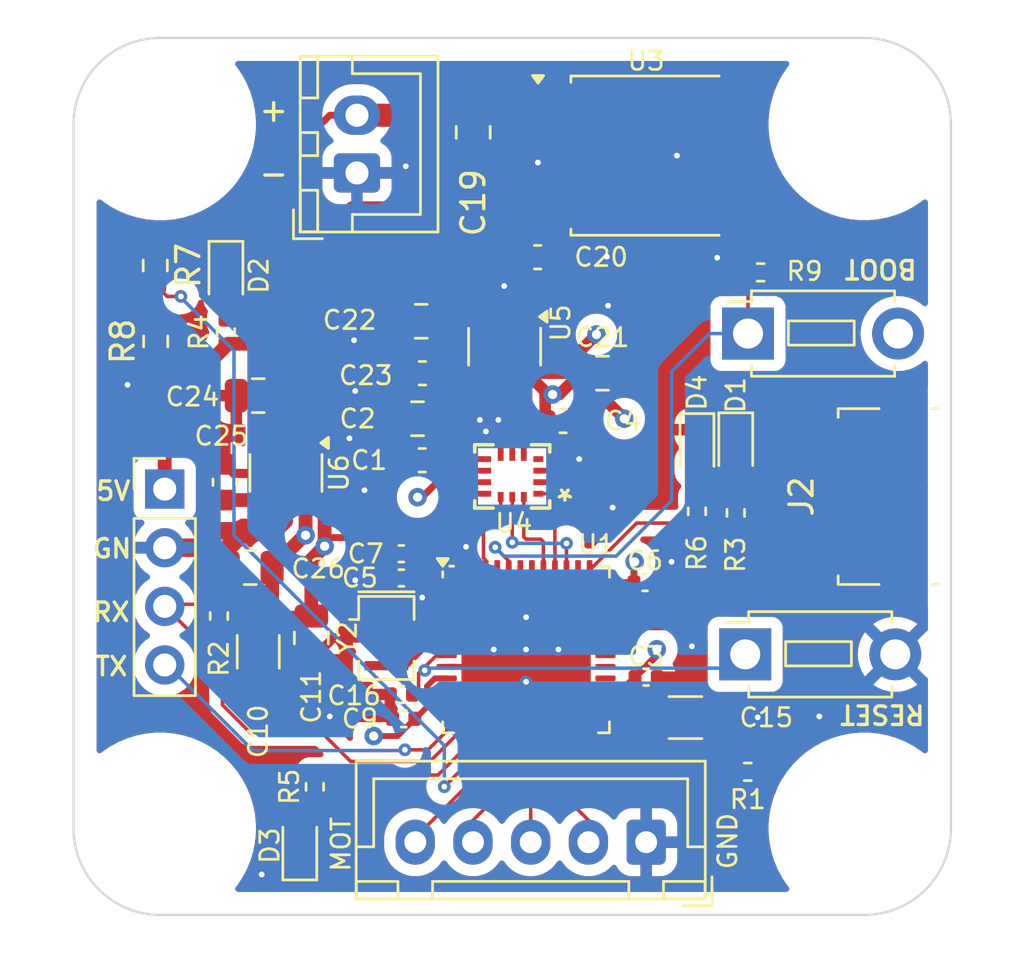
<source format=kicad_pcb>
(kicad_pcb (version 20240108) (generator "pcbnew") (generator_version "8.0")
  (layers (0 "F.Cu" signal) (1 "In1.Cu" signal) (2 "In2.Cu" signal) (31 "B.Cu" signal) (34 "B.Paste" user) (35 "F.Paste" user) (36 "B.SilkS" user "B.Silkscreen") (37 "F.SilkS" user "F.Silkscreen") (38 "B.Mask" user) (39 "F.Mask" user) (44 "Edge.Cuts" user))
  (net 0 "")
  (net 1 "/GND")
  (net 2 "/RESET1")
  (net 3 "/12V")
  (net 4 "Net-(D1-A)")
  (net 5 "Net-(D3-A)")
  (net 6 "Net-(D4-A)")
  (net 8 "/GREEN")
  (net 9 "/BLUE")
  (net 10 "/RX3")
  (net 11 "/TX3")
  (net 13 "/IMU_CS")
  (net 16 "/YELLOW")
  (net 17 "Net-(U1-VCAP1)")
  (net 18 "Net-(U1-PB2)")
  (net 24 "Net-(U1-PH0)")
  (net 25 "Net-(U1-PH1)")
  (net 27 "/BOOT")
  (net 28 "/MOTOR0")
  (net 29 "/MOTOR1")
  (net 30 "/MOTOR2")
  (net 31 "/MOTOR3")
  (net 32 "/VMCU")
  (net 33 "/VGYRO")
  (net 34 "/5V")
  (net 35 "Net-(U5-BP)")
  (net 36 "Net-(U6-BP)")
  (net 40 "Net-(D2-A)")
  (net 42 "/SCK")
  (net 43 "/MOSI")
  (net 44 "/MISO")
  (net 47 "/VBATMON")
  (net 51 "/USB_DP")
  (net 52 "/USB_DM")
  (footprint "Capacitor_SMD:C_0805_2012Metric" (layer "F.Cu") (at 57.65 104.95 180)
    (property "Reference" "C26")
    (property "Value" "1u")
  )
  (footprint "Resistor_SMD:R_0402_1005Metric" (layer "F.Cu") (at 77 102.5125 90)
    (property "Reference" "R6")
    (property "Value" "1K")
  )
  (footprint "Capacitor_SMD:C_0805_2012Metric" (layer "F.Cu") (at 64.9 98.5 180)
    (property "Reference" "C2")
    (property "Value" "2.2u")
  )
  (footprint "LED_SMD:LED_0603_1608Metric" (layer "F.Cu") (at 77 99.7625 -90)
    (property "Reference" "D4")
    (property "Value" "BLUE_LED")
  )
  (footprint "Capacitor_SMD:C_0805_2012Metric" (layer "F.Cu") (at 58 97.5 180)
    (property "Reference" "C24")
    (property "Value" "1u")
  )
  (footprint "Button_Switch_THT:SW_PUSH_1P1T_6x3.5mm_H4.3_APEM_MJTP1243" (layer "F.Cu") (at 79.21 94.81)
    (property "Reference" "SW2" (hide yes))
    (property "Value" "SW_Push")
  )
  (footprint "Capacitor_SMD:C_0603_1608Metric" (layer "F.Cu") (at 65.1075 96.5275)
    (property "Reference" "C23")
    (property "Value" "10n")
  )
  (footprint "Capacitor_SMD:C_0402_1005Metric" (layer "F.Cu") (at 64.2 105.4 180)
    (property "Reference" "C5")
    (property "Value" "100n")
  )
  (footprint "Capacitor_SMD:C_0402_1005Metric" (layer "F.Cu") (at 64.2 110.45 180)
    (property "Reference" "C16")
    (property "Value" "100n")
  )
  (footprint "MountingHole:MountingHole_4.3mm_M4_DIN965" (layer "F.Cu") (at 84.25 85.75)
    (property "Reference" "H2" (hide yes))
    (property "Value" "MountingHole_Pad")
  )
  (footprint "Connector_USB:USB_Micro-B_Molex_47346-0001" (layer "F.Cu") (at 84.825 101.8725 90)
    (property "Reference" "J2")
    (property "Value" "USB_B_Micro")
  )
  (footprint "Capacitor_SMD:C_0603_1608Metric" (layer "F.Cu") (at 71.2 98.6 180)
    (property "Reference" "C4")
    (property "Value" "10n")
  )
  (footprint "Capacitor_SMD:C_0402_1005Metric" (layer "F.Cu") (at 64.3 111.5 180)
    (property "Reference" "C9")
    (property "Value" "100n")
  )
  (footprint "Capacitor_SMD:C_0805_2012Metric" (layer "F.Cu") (at 67.31 86.09 90)
    (property "Reference" "C19")
    (property "Value" "330n")
  )
  (footprint "Capacitor_SMD:C_1206_3216Metric" (layer "F.Cu") (at 76.5 111.45)
    (property "Reference" "C15")
    (property "Value" "4.7u")
  )
  (footprint "Capacitor_SMD:C_0603_1608Metric" (layer "F.Cu") (at 65.1 100.3)
    (property "Reference" "C1")
    (property "Value" "100n")
  )
  (footprint "Package_TO_SOT_SMD:SOT-23-5" (layer "F.Cu") (at 59.2 100.85 -90)
    (property "Reference" "U6")
    (property "Value" "LDK130M33R")
  )
  (footprint "Capacitor_SMD:C_0805_2012Metric" (layer "F.Cu") (at 72.9075 96.5275)
    (property "Reference" "C21")
    (property "Value" "1u")
  )
  (footprint "MountingHole:MountingHole_4.3mm_M4_DIN965" (layer "F.Cu") (at 53.75 116.25)
    (property "Reference" "H5" (hide yes))
    (property "Value" "MountingHole_Pad")
  )
  (footprint "LED_SMD:LED_0603_1608Metric" (layer "F.Cu") (at 56.6 92.3 -90)
    (property "Reference" "D2")
    (property "Value" "RED_LED")
  )
  (footprint "Capacitor_SMD:C_0402_1005Metric" (layer "F.Cu") (at 74.75 105.6)
    (property "Reference" "C6")
    (property "Value" "100n")
  )
  (footprint "Resistor_SMD:R_0402_1005Metric" (layer "F.Cu") (at 79.2 113.8)
    (property "Reference" "R1")
    (property "Value" "10K")
  )
  (footprint "MountingHole:MountingHole_4.3mm_M4_DIN965" (layer "F.Cu") (at 53.75 85.75)
    (property "Reference" "H4" (hide yes))
    (property "Value" "MountingHole_Pad")
  )
  (footprint "LED_SMD:LED_0603_1608Metric" (layer "F.Cu") (at 59.8 117 90)
    (property "Reference" "D3")
    (property "Value" "GREEN_LED")
  )
  (footprint "Capacitor_SMD:C_0402_1005Metric" (layer "F.Cu") (at 74.8 109.7)
    (property "Reference" "C3")
    (property "Value" "100n")
  )
  (footprint "Capacitor_SMD:C_1206_3216Metric" (layer "F.Cu") (at 58 108.6 90)
    (property "Reference" "C10")
    (property "Value" "10u")
  )
  (footprint "Resistor_SMD:R_0402_1005Metric" (layer "F.Cu") (at 78.68 102.58 90)
    (property "Reference" "R3")
    (property "Value" "1K")
  )
  (footprint "Resistor_SMD:R_0402_1005Metric" (layer "F.Cu") (at 56.3 107.05 -90)
    (property "Reference" "R2")
    (property "Value" "10K")
  )
  (footprint "Resistor_SMD:R_0402_1005Metric" (layer "F.Cu") (at 56.6 94.75 90)
    (property "Reference" "R4")
    (property "Value" "1K")
  )
  (footprint "Resistor_SMD:R_0603_1608Metric" (layer "F.Cu") (at 53.54 91.86 -90)
    (property "Reference" "R7")
    (property "Value" "10K")
  )
  (footprint "Connector_PinHeader_2.54mm:PinHeader_1x04_P2.54mm_Vertical" (layer "F.Cu") (at 53.95 101.55)
    (property "Reference" "J1" (hide yes))
    (property "Value" "Conn_01x04")
  )
  (footprint "Crystal:Resonator_SMD_Murata_CSTxExxV-3Pin_3.0x1.1mm" (layer "F.Cu") (at 63.55 108 -90)
    (property "Reference" "Y2")
    (property "Value" "CSTNE20M0V53Z000R0")
  )
  (footprint "Capacitor_SMD:C_0402_1005Metric" (layer "F.Cu") (at 64.2 104.35 180)
    (property "Reference" "C7")
    (property "Value" "100n")
  )
  (footprint "footprints:LGA14_2P5X3X0P91_IVS-L" (layer "F.Cu") (at 69 101 180)
    (property "Reference" "U4")
    (property "Value" "ICM-42688-P")
  )
  (footprint "Resistor_SMD:R_0402_1005Metric" (layer "F.Cu") (at 79.76 92.16 180)
    (property "Reference" "R9")
    (property "Value" "10K")
  )
  (footprint "Connector_JST:JST_XH_B2B-XH-A_1x02_P2.50mm_Vertical" (layer "F.Cu") (at 62.275 87.85 90)
    (property "Reference" "J4" (hide yes))
    (property "Value" "Conn_01x02_Pin")
  )
  (footprint "Capacitor_SMD:C_0603_1608Metric" (layer "F.Cu") (at 56.55 101.25 -90)
    (property "Reference" "C25")
    (property "Value" "10n")
  )
  (footprint "Capacitor_SMD:C_0805_2012Metric" (layer "F.Cu") (at 65.0575 94.2775 180)
    (property "Reference" "C22")
    (property "Value" "1u")
  )
  (footprint "MountingHole:MountingHole_4.3mm_M4_DIN965" (layer "F.Cu") (at 84.25 116.25)
    (property "Reference" "H6" (hide yes))
    (property "Value" "MountingHole_Pad")
  )
  (footprint "Button_Switch_THT:SW_PUSH_1P1T_6x3.5mm_H4.3_APEM_MJTP1243" (layer "F.Cu") (at 79.09 108.71)
    (property "Reference" "SW1" (hide yes))
    (property "Value" "SW_Push")
  )
  (footprint "Capacitor_SMD:C_0603_1608Metric" (layer "F.Cu") (at 70.1 91.5 180)
    (property "Reference" "C20")
    (property "Value" "100n")
  )
  (footprint "Resistor_SMD:R_0603_1608Metric" (layer "F.Cu") (at 53.56 95.15 90)
    (property "Reference" "R8")
    (property "Value" "1K")
  )
  (footprint "Package_TO_SOT_SMD:TO-252-2" (layer "F.Cu") (at 74.85 87.1)
    (property "Reference" "U3")
    (property "Value" "L78M05CDT")
  )
  (footprint "Package_DFN_QFN:QFN-48-1EP_7x7mm_P0.5mm_EP5.6x5.6mm" (layer "F.Cu") (at 69.6 108.5)
    (property "Reference" "U1")
    (property "Value" "STM32F411CEUx")
  )
  (footprint "Resistor_SMD:R_0402_1005Metric" (layer "F.Cu") (at 60.45 114.45 -90)
    (property "Reference" "R5")
    (property "Value" "1K")
  )
  (footprint "Package_TO_SOT_SMD:SOT-23-5" (layer "F.Cu") (at 68.67 95.3775 -90)
    (property "Reference" "U5")
    (property "Value" "LDK130M33R")
  )
  (footprint "Capacitor_SMD:C_0805_2012Metric" (layer "F.Cu") (at 60.3 108 90)
    (property "Reference" "C11")
    (property "Value" "1u")
  )
  (footprint "LED_SMD:LED_0603_1608Metric" (layer "F.Cu") (at 78.68 99.73 -90)
    (property "Reference" "D1")
    (property "Value" "YELLOW_LED")
  )
  (footprint "Connector_JST:JST_XH_B5B-XH-A_1x05_P2.50mm_Vertical" (layer "F.Cu") (at 74.8 116.85 180)
    (property "Reference" "J3" (hide yes))
    (property "Value" "Conn_01x05_Pin")
  )
  (gr_line (start 88 85.75) (end 88 116.25) (stroke (width 0.1)) (layer "Edge.Cuts"))
  (gr_arc (start 84.25 82) (mid 86.90165 83.09835) (end 88 85.75) (stroke (width 0.1)) (layer "Edge.Cuts"))
  (gr_line (start 50 116.25) (end 50 85.75) (stroke (width 0.1)) (layer "Edge.Cuts"))
  (gr_arc (start 88 116.25) (mid 86.90165 118.90165) (end 84.25 120) (stroke (width 0.1)) (layer "Edge.Cuts"))
  (gr_line (start 53.75 82) (end 84.25 82) (stroke (width 0.1)) (layer "Edge.Cuts"))
  (gr_arc (start 53.75 120) (mid 51.09835 118.90165) (end 50 116.25) (stroke (width 0.1)) (layer "Edge.Cuts"))
  (gr_line (start 84.25 120) (end 53.75 120) (stroke (width 0.1)) (layer "Edge.Cuts"))
  (gr_arc (start 50 85.75) (mid 51.09835 83.09835) (end 53.75 82) (stroke (width 0.1)) (layer "Edge.Cuts"))
  (gr_text "GN" (at 50.75 104.6 0) (layer "F.SilkS") (effects (font (size 0.8 0.8)) (justify left bottom)))
  (gr_text "RESET" (at 86.94 110.84 180) (layer "F.SilkS") (effects (font (size 0.8 0.8)) (justify left bottom)))
  (gr_text "+" (at 57.95 85.7 0) (layer "F.SilkS") (effects (font (size 1 1)) (justify left bottom)))
  (gr_text "BOOT" (at 86.6 91.54 180) (layer "F.SilkS") (effects (font (size 0.8 0.8)) (justify left bottom)))
  (gr_text "5V" (at 50.9 102.1 0) (layer "F.SilkS") (effects (font (size 0.8 0.8)) (justify left bottom)))
  (gr_text "TX" (at 50.85 109.7 0) (layer "F.SilkS") (effects (font (size 0.8 0.8)) (justify left bottom)))
  (gr_text "RX" (at 50.75 107.35 0) (layer "F.SilkS") (effects (font (size 0.8 0.8)) (justify left bottom)))
  (gr_text "-" (at 57.95 88.45 0) (layer "F.SilkS") (effects (font (size 1 1)) (justify left bottom)))
  (gr_text "GND" (at 78.8 118.1 90) (layer "F.SilkS") (effects (font (size 0.8 0.8) (thickness 0.12)) (justify left bottom)))
  (gr_text "MOT" (at 62.05 118.2 90) (layer "F.SilkS") (effects (font (size 0.8 0.8) (thickness 0.12)) (justify left bottom)))
  (segment (start 77.785 91.335) (end 77.925 91.475) (width 1) (layer "F.Cu") (net 1))
  (segment (start 63.9 100.3) (end 62.6 101.6) (width 0.1524) (layer "F.Cu") (net 1))
  (segment (start 68.36 98.55) (end 67.86 99.05) (width 0.3) (layer "F.Cu") (net 1))
  (segment (start 57.4 103.5) (end 58.6476 103.5) (width 0.6) (layer "F.Cu") (net 1))
  (segment (start 61.25 108) (end 63.55 108) (width 0.4) (layer "F.Cu") (net 1))
  (segment (start 77.8 91.6) (end 77.875 91.525) (width 0.1524) (layer "F.Cu") (net 1))
  (segment (start 79.4875 112.9625) (end 81.05 111.4) (width 0.3) (layer "F.Cu") (net 1))
  (segment (start 79.71 113.185) (end 79.4875 112.9625) (width 0.3) (layer "F.Cu") (net 1))
  (segment (start 63.85 95.45) (end 64.1075 95.1925) (width 0.4) (layer "F.Cu") (net 1))
  (segment (start 63.95 98.5) (end 62.8 98.5) (width 0.1524) (layer "F.Cu") (net 1))
  (segment (start 66.950001 101.750001) (end 66.9 101.7) (width 0.25) (layer "F.Cu") (net 1))
  (segment (start 63.72 105.4) (end 64.57 106.25) (width 0.1524) (layer "F.Cu") (net 1))
  (segment (start 63.82 111.5) (end 63.77 111.45) (width 0.4) (layer "F.Cu") (net 1))
  (segment (start 73.08 91.5) (end 73.1 91.48) (width 0.1524) (layer "F.Cu") (net 1))
  (segment (start 63.3725 94.2775) (end 64.1075 94.2775) (width 0.4) (layer "F.Cu") (net 1))
  (segment (start 63.35 104.35) (end 63.72 104.35) (width 0.1524) (layer "F.Cu") (net 1))
  (segment (start 62.2 105.65) (end 62.2 105.5) (width 0.1524) (layer "F.Cu") (net 1))
  (segment (start 77.925 91.475) (end 77.875 91.525) (width 0.1524) (layer "F.Cu") (net 1))
  (segment (start 59.2 99.7125) (end 59.2 100.95) (width 0.6) (layer "F.Cu") (net 1))
  (segment (start 73.8575 96.5275) (end 73.8575 94.3075) (width 0.1524) (layer "F.Cu") (net 1))
  (segment (start 68.55 98.55) (end 68.4 98.55) (width 0.3) (layer "F.Cu") (net 1))
  (segment (start 68.67 95.27) (end 68.8 95.4) (width 0.4) (layer "F.Cu") (net 1))
  (segment (start 59.125 108.95) (end 58 110.075) (width 0.4) (layer "F.Cu") (net 1))
  (segment (start 66.9 101.25) (end 66.9 100.75) (width 0.25) (layer "F.Cu") (net 1))
  (segment (start 81.05 111.4) (end 82.3 111.4) (width 0.3) (layer "F.Cu") (net 1))
  (segment (start 64.3325 95.9325) (end 64.3325 96.5275) (width 0.4) (layer "F.Cu") (net 1))
  (segment (start 61.8 110.45) (end 60.3 108.95) (width 0.4) (layer "F.Cu") (net 1))
  (segment (start 59.2 100.95) (end 59.1226 100.8726) (width 0.4) (layer "F.Cu") (net 1))
  (segment (start 69 99.9875) (end 69 99) (width 0.25) (layer "F.Cu") (net 1))
  (segment (start 76.225 108.915) (end 76.78 108.36) (width 0.3) (layer "F.Cu") (net 1))
  (segment (start 64.57 106.25) (end 65.1 106.25) (width 0.1524) (layer "F.Cu") (net 1))
  (segment (start 74.58 106.25) (end 73.0375 106.25) (width 0.25) (layer "F.Cu") (net 1))
  (segment (start 68.67 94.24) (end 68.67 92.77) (width 0.4) (layer "F.Cu") (net 1))
  (segment (start 62.5 95.45) (end 62.5 95.15) (width 0.4) (layer "F.Cu") (net 1))
  (segment (start 71.9 100.25) (end 71.9 98.675) (width 0.3) (layer "F.Cu") (net 1))
  (segment (start 79.71 113.8) (end 79.71 113.185) (width 0.3) (layer "F.Cu") (net 1))
  (segment (start 65.1 106.25) (end 62.8 106.25) (width 0.1524) (layer "F.Cu") (net 1))
  (segment (start 75.23 105.6) (end 74.58 106.25) (width 0.25) (layer "F.Cu") (net 1))
  (segment (start 66.9 100.75) (end 67.795 100.75) (width 0.25) (layer "F.Cu") (net 1))
  (segment (start 61.15 111.45) (end 61.1 111.4) (width 0.4) (layer "F.Cu") (net 1))
  (segment (start 64.3325 96.5275) (end 63.5775 96.5275) (width 0.1524) (layer "F.Cu") (net 1))
  (segment (start 68.5 98.65) (end 68.4 98.55) (width 0.3) (layer "F.Cu") (net 1))
  (segment (start 64.8 95.45) (end 63.85 95.45) (width 0.4) (layer "F.Cu") (net 1))
  (segment (start 68.67 94.902499) (end 68.122499 95.45) (width 0.4) (layer "F.Cu") (net 1))
  (segment (start 64.325 100.3) (end 63.9 100.3) (width 0.1524) (layer "F.Cu") (net 1))
  (segment (start 64.1075 94.2775) (end 64.3325 94.5025) (width 0.1524) (layer "F.Cu") (net 1))
  (segment (start 75.28 109.7) (end 76.225 109.7) (width 0.3) (layer "F.Cu") (net 1))
  (segment (start 73.8575 94.3075) (end 73.15 93.6) (width 0.1524) (layer "F.Cu") (net 1))
  (segment (start 62.8 106.25) (end 62.2 105.65) (width 0.1524) (layer "F.Cu") (net 1))
  (segment (start 71.85 111.9375) (end 71.85 110.75) (width 0.25) (layer "F.Cu") (net 1))
  (segment (start 68.4 98.55) (end 67.6 98.55) (width 0.3) (layer "F.Cu") (net 1))
  (segment (start 71.85 110.75) (end 69.6 108.5) (width 0.25) (layer "F.Cu") (net 1))
  (segment (start 63.85 95.45) (end 64.3325 95.9325) (width 0.4) (layer "F.Cu") (net 1))
  (segment (start 55.84 104.09) (end 56.7 104.95) (width 0.8) (layer "F.Cu") (net 1))
  (segment (start 77.785 88.625) (end 77.785 91.335) (width 1) (layer "F.Cu") (net 1))
  (segment (start 57.4 103.5) (end 56.7 104.2) (width 0.6) (layer "F.Cu") (net 1))
  (segment (start 68.7 98.7) (end 68.55 98.55) (width 0.3) (layer "F.Cu") (net 1))
  (segment (start 63.77 111.45) (end 61.15 111.45) (width 0.4) (layer "F.Cu") (net 1))
  (segment (start 59.3375 118.25) (end 59.8 117.7875) (width 0.1524) (layer "F.Cu") (net 1))
  (segment (start 72.3 93.6) (end 73.15 93.6) (width 0.4) (layer "F.Cu") (net 1))
  (segment (start 67.35 105.0625) (end 67.35 104.4) (width 0.25) (layer "F.Cu") (net 1))
  (segment (start 63.72 110.45) (end 61.8 110.45) (width 0.4) (layer "F.Cu") (net 1))
  (segment (start 68.67 94.24) (end 68.67 95.27) (width 0.4) (layer "F.Cu") (net 1))
  (segment (start 64.3325 94.5025) (end 64.3325 95.45) (width 0.1524) (layer "F.Cu") (net 1))
  (segment (start 67.35 105.0625) (end 67.35 106.25) (width 0.25) (layer "F.Cu") (net 1))
  (segment (start 66.1625 109.25) (end 68.85 109.25) (width 0.25) (layer "F.Cu") (net 1))
  (segment (start 63.5775 96.5275) (end 62.15 95.1) (width 0.1524) (layer "F.Cu") (net 1))
  (segment (start 53.56 95.975) (end 53.395 95.975) (width 0.1524) (layer "F.Cu") (net 1))
  (segment (start 75.23 105.6) (end 75.25 105.6) (width 0.25) (layer "F.Cu") (net 1))
  (segment (start 60.3 108.95) (end 61.25 108) (width 0.4) (layer "F.Cu") (net 1))
  (segment (start 67.35 106.25) (end 69.6 108.5) (width 0.25) (layer "F.Cu") (net 1))
  (segment (start 64.3325 95.45) (end 64.3325 96.5275) (width 0.1524) (layer "F.Cu") (net 1))
  (segment (start 62.8 98.5) (end 61.95 99.35) (width 0.1524) (layer "F.Cu") (net 1))
  (segment (start 71.65 100.75) (end 70.195 100.75) (width 0.25) (layer "F.Cu") (net 1))
  (segment (start 79.62 111.45) (end 79.63 111.44) (width 0.3) (layer "F.Cu") (net 1))
  (segment (start 73.33 102.35) (end 73.35 102.35) (width 0.25) (layer "F.Cu") (net 1))
  (segment (start 59.1226 100.8726) (end 56.9476 100.8726) (width 0.4) (layer "F.Cu") (net 1))
  (segment (start 72.23 101.25) (end 73.33 102.35) (width 0.25) (layer "F.Cu") (net 1))
  (segment (start 79.4875 112.9625) (end 77.975 111.45) (width 0.3) (layer "F.Cu") (net 1))
  (segment (start 63.4 98.5) (end 62.2 97.3) (width 0.1524) (layer "F.Cu") (net 1))
  (segment (start 77.975 111.45) (end 79.62 111.45) (width 0.3) (layer "F.Cu") (net 1))
  (segment (start 68.5 99.9875) (end 68.5 98.65) (width 0.25) (layer "F.Cu") (net 1))
  (segment (start 71.85 106.25) (end 69.6 108.5) (width 0.25) (layer "F.Cu") (net 1))
  (segment (start 61.1 109.75) (end 61.1 111.4) (width 0.4) (layer "F.Cu") (net 1))
  (segment (start 64.8 95.45) (end 64.3325 95.45) (width 0.4) (layer "F.Cu") (net 1))
  (segment (start 68.85 109.25) (end 69.6 108.5) (width 0.25) (layer "F.Cu") (net 1))
  (segment (start 76.225 109.7) (end 77.975 111.45) (width 0.3) (layer "F.Cu") (net 1))
  (segment (start 66.950001 101.750001) (end 67.795 101.750001) (width 0.25) (layer "F.Cu") (net 1))
  (segment (start 66.9 101.25) (end 67.795 101.25) (width 0.25) (layer "F.Cu") (net 1))
  (segment (start 75.9 104.95) (end 75.9 104.7) (width 0.25) (layer "F.Cu") (net 1))
  (segment (start 64.1075 95.1925) (end 64.1075 94.2775) (width 0.4) (layer "F.Cu") (net 1))
  (segment (start 70.5 95.4) (end 72.3 93.6) (width 0.4) (layer "F.Cu") (net 1))
  (segment (start 67.35 104.4) (end 67 104.05) (width 0.25) (layer "F.Cu") (net 1))
  (segment (start 62.5 95.15) (end 63.3725 94.2775) (width 0.4) (layer "F.Cu") (net 1))
  (segment (start 62.5 95.45) (end 62.15 95.1) (width 0.4) (layer "F.Cu") (net 1))
  (segment (start 56.7 104.2) (end 56.7 104.95) (width 0.6) (layer "F.Cu") (net 1))
  (segment (start 70.875 91.5) (end 73.08 91.5) (width 0.1524) (layer "F.Cu") (net 1))
  (segment (start 76.225 109.7) (end 76.225 108.915) (width 0.3) (layer "F.Cu") (net 1))
  (segment (start 59.2 100.95) (end 59.2 102.95) (width 0.6) (layer "F.Cu") (net 1))
  (segment (start 71.9 98.675) (end 71.975 98.6) (width 0.3) (layer "F.Cu") (net 1))
  (segment (start 68.67 94.24) (end 68.67 94.902499) (width 0.4) (layer "F.Cu") (net 1))
  (segment (start 60.3 108.95) (end 59.125 108.95) (width 0.4) (layer "F.Cu") (net 1))
  (segment (start 68.4 98.55) (end 68.36 98.55) (width 0.3) (layer "F.Cu") (net 1))
  (segment (start 68.67 92.77) (end 68.65 92.75) (width 0.4) (layer "F.Cu") (net 1))
  (segment (start 58.15 118.25) (end 59.3375 118.25) (width 0.1524) (layer "F.Cu") (net 1))
  (segment (start 71.65 100.75) (end 71.9 100.5) (width 0.25) (layer "F.Cu") (net 1))
  (segment (start 72.23 101.25) (end 70.195 101.25) (width 0.25) (layer "F.Cu") (net 1))
  (segment (start 63.95 98.5) (end 63.4 98.5) (width 0.1524) (layer "F.Cu") (net 1))
  (segment (start 56.9476 100.8726) (end 56.55 100.475) (width 0.4) (layer "F.Cu") (net 1))
  (segment (start 75.25 105.6) (end 75.9 104.95) (width 0.25) (layer "F.Cu") (net 1))
  (segment (start 63.85 95.45) (end 62.5 95.45) (width 0.4) (layer "F.Cu") (net 1))
  (segment (start 66.9 101.7) (end 66.9 101.25) (width 0.25) (layer "F.Cu") (net 1))
  (segment (start 68.8 95.4) (end 70.5 95.4) (width 0.4) (layer "F.Cu") (net 1))
  (segment (start 60.3 108.95) (end 61.1 109.75) (width 0.4) (layer "F.Cu") (net 1))
  (segment (start 69 99) (end 68.7 98.7) (width 0.25) (layer "F.Cu") (net 1))
  (segment (start 53.395 95.975) (end 52.34 97.03) (width 0.1524) (layer "F.Cu") (net 1))
  (segment (start 73.0375 106.25) (end 71.85 106.25) (width 0.25) (layer "F.Cu") (net 1))
  (segment (start 68.122499 95.45) (end 64.8 95.45) (width 0.4) (layer "F.Cu") (net 1))
  (segment (start 62.2 105.5) (end 63.35 104.35) (width 0.1524) (layer "F.Cu") (net 1))
  (segment (start 53.95 104.09) (end 55.84 104.09) (width 0.8) (layer "F.Cu") (net 1))
  (segment (start 58.6476 103.5) (end 59.1976 102.95) (width 0.6) (layer "F.Cu") (net 1))
  (via (at 61.1 111.4) (size 0.55) (drill 0.25) (layers "F.Cu" "B.Cu") (net 1))
  (via (at 73.35 102.35) (size 0.55) (drill 0.25) (layers "F.Cu" "B.Cu") (net 1))
  (via (at 58.15 118.25) (size 0.55) (drill 0.25) (layers "F.Cu" "B.Cu") (net 1))
  (via (at 68.2 108.5) (size 0.55) (drill 0.25) (layers "F.Cu" "B.Cu") (net 1))
  (via (at 64.39 87.56) (size 0.55) (drill 0.25) (layers "F.Cu" "B.Cu") (net 1))
  (via (at 69.6 109.9) (size 0.55) (drill 0.25) (layers "F.Cu" "B.Cu") (net 1))
  (via (at 70.11 87.4) (size 0.55) (drill 0.25) (layers "F.Cu" "B.Cu") (net 1))
  (via (at 67.86 99.05) (size 0.55) (drill 0.25) (layers "F.Cu" "B.Cu") (net 1))
  (via (at 67.6 98.55) (size 0.55) (drill 0.25) (layers "F.Cu" "B.Cu") (net 1))
  (via (at 82.3 111.4) (size 0.55) (drill 0.25) (layers "F.Cu" "B.Cu") (net 1))
  (via (at 71 108.5) (size 0.55) (drill 0.25) (layers "F.Cu" "B.Cu") (net 1))
  (via (at 69.6 108.5) (size 0.55) (drill 0.25) (layers "F.Cu" "B.Cu") (net 1))
  (via (at 67 104.05) (size 0.55) (drill 0.25) (layers "F.Cu" "B.Cu") (net 1))
  (via (at 65.1 106.25) (size 0.55) (drill 0.25) (layers "F.Cu" "B.Cu") (net 1))
  (via (at 61.95 99.35) (size 0.55) (drill 0.25) (layers "F.Cu" "B.Cu") (net 1))
  (via (at 76.78 108.36) (size 0.55) (drill 0.25) (layers "F.Cu" "B.Cu") (net 1))
  (via (at 52.34 97.03) (size 0.55) (drill 0.25) (layers "F.Cu" "B.Cu") (net 1))
  (via (at 77.875 91.525) (size 0.55) (drill 0.25) (layers "F.Cu" "B.Cu") (net 1))
  (via (at 62.2 97.3) (size 0.55) (drill 0.25) (layers "F.Cu" "B.Cu") (net 1))
  (via (at 62.15 95.1) (size 0.55) (drill 0.25) (layers "F.Cu" "B.Cu") (net 1))
  (via (at 79.63 111.44) (size 0.55) (drill 0.25) (layers "F.Cu" "B.Cu") (net 1))
  (via (at 62.2 105.5) (size 0.55) (drill 0.25) (layers "F.Cu" "B.Cu") (net 1))
  (via (at 75.9 104.7) (size 0.55) (drill 0.25) (layers "F.Cu" "B.Cu") (net 1))
  (via (at 62.6 101.6) (size 0.55) (drill 0.25) (layers "F.Cu" "B.Cu") (net 1))
  (via (at 73.1 91.48) (size 0.55) (drill 0.25) (layers "F.Cu" "B.Cu") (net 1))
  (via (at 76.13 87.1) (size 0.55) (drill 0.25) (layers "F.Cu" "B.Cu") (net 1))
  (via (at 68.65 92.75) (size 0.55) (drill 0.25) (layers "F.Cu" "B.Cu") (net 1))
  (via (at 71.9 100.25) (size 0.55) (drill 0.25) (layers "F.Cu" "B.Cu") (net 1))
  (via (at 68.4 98.55) (size 0.55) (drill 0.25) (layers "F.Cu" "B.Cu") (net 1))
  (via (at 73.15 93.6) (size 0.55) (drill 0.25) (layers "F.Cu" "B.Cu") (net 1))
  (via (at 69.6 107.1) (size 0.55) (drill 0.25) (layers "F.Cu" "B.Cu") (net 1))
  (segment (start 66.1625 108.75) (end 65.725001 108.75) (width 0.1524) (layer "F.Cu") (net 2))
  (segment (start 65.725001 108.75) (end 65.212501 109.262501) (width 0.1524) (layer "F.Cu") (net 2))
  (segment (start 64.75 110.45) (end 64.68 110.45) (width 0.1524) (layer "F.Cu") (net 2))
  (segment (start 64.9444 110.2556) (end 64.75 110.45) (width 0.1524) (layer "F.Cu") (net 2))
  (segment (start 65.212501 109.262501) (end 64.9444 109.530601) (width 0.1524) (layer "F.Cu") (net 2))
  (segment (start 65.211793 109.263209) (end 65.212501 109.262501) (width 0.1524) (layer "F.Cu") (net 2))
  (segment (start 64.9444 109.530601) (end 64.9444 110.2556) (width 0.1524) (layer "F.Cu") (net 2))
  (segment (start 65.211793 109.404167) (end 65.211793 109.263209) (width 0.1524) (layer "F.Cu") (net 2))
  (via (at 65.211793 109.404167) (size 0.55) (drill 0.25) (layers "F.Cu" "B.Cu") (net 2))
  (segment (start 78.491909 109.308091) (end 79.09 108.71) (width 0.1524) (layer "B.Cu") (net 2))
  (segment (start 65.307869 109.308091) (end 78.491909 109.308091) (width 0.1524) (layer "B.Cu") (net 2))
  (segment (start 65.211793 109.404167) (end 65.307869 109.308091) (width 0.1524) (layer "B.Cu") (net 2))
  (segment (start 62.275 85.35) (end 67.075 85.35) (width 1) (layer "F.Cu") (net 3))
  (segment (start 67.1 85.325) (end 69.305 85.325) (width 1) (layer "F.Cu") (net 3))
  (segment (start 67.075 85.35) (end 67.1 85.325) (width 0.8) (layer "F.Cu") (net 3))
  (segment (start 61.1 85.35) (end 62.275 85.35) (width 0.3) (layer "F.Cu") (net 3))
  (segment (start 69.305 85.325) (end 69.81 84.82) (width 1) (layer "F.Cu") (net 3))
  (segment (start 56.15 90.3) (end 61.1 85.35) (width 0.3) (layer "F.Cu") (net 3))
  (segment (start 54.34 90.3) (end 56.15 90.3) (width 0.3) (layer "F.Cu") (net 3))
  (segment (start 53.55 91.09) (end 54.34 90.3) (width 0.3) (layer "F.Cu") (net 3))
  (segment (start 78.68 102.07) (end 78.68 100.5175) (width 0.1524) (layer "F.Cu") (net 4))
  (segment (start 60.45 115.5625) (end 59.8 116.2125) (width 0.1524) (layer "F.Cu") (net 5))
  (segment (start 60.45 114.96) (end 60.45 115.5625) (width 0.1524) (layer "F.Cu") (net 5))
  (segment (start 77 102.0025) (end 77 100.55) (width 0.1524) (layer "F.Cu") (net 6))
  (segment (start 65.784999 113.94) (end 60.45 113.94) (width 0.1524) (layer "F.Cu") (net 8))
  (segment (start 67.35 111.9375) (end 67.35 112.374999) (width 0.1524) (layer "F.Cu") (net 8))
  (segment (start 67.35 112.374999) (end 65.784999 113.94) (width 0.1524) (layer "F.Cu") (net 8))
  (segment (start 74.39 103.0225) (end 77 103.0225) (width 0.1524) (layer "F.Cu") (net 9))
  (segment (start 72.35 105.0625) (end 74.39 103.0225) (width 0.1524) (layer "F.Cu") (net 9))
  (segment (start 53.74 106.84) (end 53.95 106.63) (width 0.1524) (layer "F.Cu") (net 10))
  (segment (start 65.4375 113.35) (end 62 113.35) (width 0.1524) (layer "F.Cu") (net 10))
  (segment (start 62 113.35) (end 60.75 112.1) (width 0.1524) (layer "F.Cu") (net 10))
  (segment (start 56.3 106.54) (end 54.04 106.54) (width 0.1524) (layer "F.Cu") (net 10))
  (segment (start 60.75 112.1) (end 57.65 112.1) (width 0.1524) (layer "F.Cu") (net 10))
  (segment (start 56.45 110.9) (end 56.45 109.13) (width 0.1524) (layer "F.Cu") (net 10))
  (segment (start 57.65 112.1) (end 56.45 110.9) (width 0.1524) (layer "F.Cu") (net 10))
  (segment (start 56.45 109.13) (end 53.95 106.63) (width 0.1524) (layer "F.Cu") (net 10))
  (segment (start 54.04 106.54) (end 53.95 106.63) (width 0.1524) (layer "F.Cu") (net 10))
  (segment (start 66.85 111.9375) (end 65.4375 113.35) (width 0.1524) (layer "F.Cu") (net 10))
  (segment (start 65.3536 112.8464) (end 66.1625 112.0375) (width 0.1524) (layer "F.Cu") (net 11))
  (segment (start 64.35 112.8464) (end 65.3536 112.8464) (width 0.1524) (layer "F.Cu") (net 11))
  (segment (start 66.1625 112.0375) (end 66.1625 111.25) (width 0.1524) (layer "F.Cu") (net 11))
  (via (at 64.35 112.8464) (size 0.55) (drill 0.25) (layers "F.Cu" "B.Cu") (net 11))
  (segment (start 64.35 112.8464) (end 64.3178 112.8786) (width 0.1524) (layer "B.Cu") (net 11))
  (segment (start 57.769563 112.8786) (end 54.060963 109.17) (width 0.1524) (layer "B.Cu") (net 11))
  (segment (start 64.3178 112.8786) (end 57.769563 112.8786) (width 0.1524) (layer "B.Cu") (net 11))
  (segment (start 54.060963 109.17) (end 53.95 109.17) (width 0.1524) (layer "B.Cu") (net 11))
  (segment (start 67.754461 103.095539) (end 68.5 102.35) (width 0.1524) (layer "F.Cu") (net 13))
  (segment (start 67.85 105.0625) (end 67.85 104.625001) (width 0.1524) (layer "F.Cu") (net 13))
  (segment (start 67.85 104.625001) (end 67.754461 104.529462) (width 0.1524) (layer "F.Cu") (net 13))
  (segment (start 67.754461 104.529462) (end 67.754461 103.095539) (width 0.1524) (layer "F.Cu") (net 13))
  (segment (start 68.5 102.35) (end 68.5 101.8962) (width 0.1524) (layer "F.Cu") (net 13))
  (segment (start 73.0375 106.75) (end 76.18 106.75) (width 0.1524) (layer "F.Cu") (net 16))
  (segment (start 78.68 104.25) (end 78.68 103.09) (width 0.1524) (layer "F.Cu") (net 16))
  (segment (start 76.18 106.75) (end 78.68 104.25) (width 0.1524) (layer "F.Cu") (net 16))
  (segment (start 71.35 112.46) (end 71.35 111.9375) (width 0.25) (layer "F.Cu") (net 17))
  (segment (start 73.675 112.8) (end 71.69 112.8) (width 0.25) (layer "F.Cu") (net 17))
  (segment (start 75.025 111.45) (end 73.675 112.8) (width 0.25) (layer "F.Cu") (net 17))
  (segment (start 71.69 112.8) (end 71.35 112.46) (width 0.25) (layer "F.Cu") (net 17))
  (segment (start 78.69 113.8) (end 71.35 113.8) (width 0.1524) (layer "F.Cu") (net 18))
  (segment (start 70.35 112.8) (end 70.35 111.9375) (width 0.1524) (layer "F.Cu") (net 18))
  (segment (start 71.35 113.8) (end 70.35 112.8) (width 0.1524) (layer "F.Cu") (net 18))
  (segment (start 66.1625 107.75) (end 65.4 107.75) (width 0.2) (layer "F.Cu") (net 24))
  (segment (start 64.45 106.8) (end 63.55 106.8) (width 0.2) (layer "F.Cu") (net 24))
  (segment (start 65.4 107.75) (end 64.45 106.8) (width 0.2) (layer "F.Cu") (net 24))
  (segment (start 65.4 108.25) (end 66.1625 108.25) (width 0.2) (layer "F.Cu") (net 25))
  (segment (start 63.55 109.2) (end 64.45 109.2) (width 0.2) (layer "F.Cu") (net 25))
  (segment (start 64.45 109.2) (end 65.4 108.25) (width 0.2) (layer "F.Cu") (net 25))
  (segment (start 68.85 105.0625) (end 68.85 104.662708) (width 0.1524) (layer "F.Cu") (net 27))
  (segment (start 79.21 92.2) (end 79.21 94.81) (width 0.1524) (layer "F.Cu") (net 27))
  (segment (start 68.85 104.662708) (end 68.258061 104.070769) (width 0.1524) (layer "F.Cu") (net 27))
  (segment (start 79.25 92.16) (end 79.21 92.2) (width 0.1524) (layer "F.Cu") (net 27))
  (via (at 68.258061 104.070769) (size 0.55) (drill 0.25) (layers "F.Cu" "B.Cu") (net 27))
  (segment (start 68.258061 104.070769) (end 68.640892 104.4536) (width 0.1524) (layer "B.Cu") (net 27))
  (segment (start 75.9 96.46) (end 77.55 94.81) (width 0.1524) (layer "B.Cu") (net 27))
  (segment (start 75.9 102.05) (end 75.9 96.46) (width 0.1524) (layer "B.Cu") (net 27))
  (segment (start 68.640892 104.4536) (end 73.4964 104.4536) (width 0.1524) (layer "B.Cu") (net 27))
  (segment (start 77.55 94.81) (end 79.21 94.81) (width 0.1524) (layer "B.Cu") (net 27))
  (segment (start 79.21 94.71) (end 79.21 94.81) (width 0.1524) (layer "B.Cu") (net 27))
  (segment (start 73.4964 104.4536) (end 75.9 102.05) (width 0.1524) (layer "B.Cu") (net 27))
  (segment (start 72.3 115.9) (end 69.85 113.45) (width 0.1524) (layer "F.Cu") (net 28))
  (segment (start 72.3 116.85) (end 72.3 115.9) (width 0.1524) (layer "F.Cu") (net 28))
  (segment (start 69.85 113.45) (end 69.85 111.9375) (width 0.1524) (layer "F.Cu") (net 28))
  (segment (start 69.8 116.85) (end 69.8 114.4) (width 0.1524) (layer "F.Cu") (net 29))
  (segment (start 69.8 114.4) (end 69.35 113.95) (width 0.1524) (layer "F.Cu") (net 29))
  (segment (start 69.35 113.95) (end 69.35 111.9375) (width 0.1524) (layer "F.Cu") (net 29))
  (segment (start 67.3 115.9) (end 68.85 114.35) (width 0.1524) (layer "F.Cu") (net 30))
  (segment (start 68.85 114.35) (end 68.85 111.9375) (width 0.1524) (layer "F.Cu") (net 30))
  (segment (start 67.3 116.85) (end 67.3 115.9) (width 0.1524) (layer "F.Cu") (net 30))
  (segment (start 64.8 116.65) (end 68.35 113.1) (width 0.1524) (layer "F.Cu") (net 31))
  (segment (start 68.35 113.1) (end 68.35 111.9375) (width 0.1524) (layer "F.Cu") (net 31))
  (segment (start 64.8 116.85) (end 64.8 116.65) (width 0.1524) (layer "F.Cu") (net 31))
  (segment (start 75.26 108.76) (end 74.32 109.7) (width 0.3) (layer "F.Cu") (net 32))
  (segment (start 74.27 105.6) (end 73.1875 105.6) (width 0.3) (layer "F.Cu") (net 32))
  (segment (start 74.27 105.6) (end 74.27 104.73) (width 0.3) (layer "F.Cu") (net 32))
  (segment (start 74 111.3) (end 74 110.02) (width 0.3) (layer "F.Cu") (net 32))
  (segment (start 58.6 106.525) (end 58 107.125) (width 0.6) (layer "F.Cu") (net 32))
  (segment (start 60.225 107.125) (end 60.3 107.05) (width 0.6) (layer "F.Cu") (net 32))
  (segment (start 72.35 111.9375) (end 72.3625 111.95) (width 0.3) (layer "F.Cu") (net 32))
  (segment (start 64.68 104.35) (end 64.68 103.93) (width 0.3) (layer "F.Cu") (net 32))
  (segment (start 65.31 110.99) (end 64.8 111.5) (width 0.254) (layer "F.Cu") (net 32))
  (segment (start 64.68 103.93) (end 64.4 103.65) (width 0.3) (layer "F.Cu") (net 32))
  (segment (start 60.05 102.0875) (end 60.15 101.9875) (width 0.6) (layer "F.Cu") (net 32))
  (segment (start 60.3 107.05) (end 60.3 104.6) (width 0.6) (layer "F.Cu") (net 32))
  (segment (start 64.68 105.4) (end 65.8125 105.4) (width 0.3) (layer "F.Cu") (net 32))
  (segment (start 73.1875 105.6) (end 73.0375 105.75) (width 0.3) (layer "F.Cu") (net 32))
  (segment (start 63 112.25) (end 64.03 112.25) (width 0.254) (layer "F.Cu") (net 32))
  (segment (start 60.875 104.025) (end 60.875 102.7125) (width 0.6) (layer "F.Cu") (net 32))
  (segment (start 57.565 107.56) (end 58 107.125) (width 0.254) (layer "F.Cu") (net 32))
  (segment (start 60 103.55) (end 58.6 104.95) (width 0.6) (layer "F.Cu") (net 32))
  (segment (start 75.26 108.49) (end 75.26 108.76) (width 0.3) (layer "F.Cu") (net 32))
  (segment (start 60.05 103.55) (end 60.05 102.0875) (width 0.6) (layer "F.Cu") (net 32))
  (segment (start 65.8125 105.4) (end 66.1625 105.75) (width 0.3) (layer "F.Cu") (net 32))
  (segment (start 60.875 102.7125) (end 60.15 101.9875) (width 0.6) (layer "F.Cu") (net 32))
  (segment (start 72.3625 111.95) (end 73.35 111.95) (width 0.3) (layer "F.Cu") (net 32))
  (segment (start 60.3 104.6) (end 60.875 104.025) (width 0.6) (layer "F.Cu") (net 32))
  (segment (start 56.3 107.56) (end 57.565 107.56) (width 0.254) (layer "F.Cu") (net 32))
  (segment (start 64.03 112.25) (end 64.78 111.5) (width 0.254) (layer "F.Cu") (net 32))
  (segment (start 73.35 111.95) (end 74 111.3) (width 0.3) (layer "F.Cu") (net 32))
  (segment (start 66.1375 104.35) (end 66.85 105.0625) (width 0.3) (layer "F.Cu") (net 32))
  (segment (start 60.05 103.55) (end 60 103.55) (width 0.6) (layer "F.Cu") (net 32))
  (segment (start 58 107.125) (end 60.225 107.125) (width 0.6) (layer "F.Cu") (net 32))
  (segment (start 64.8 111.5) (end 64.78 111.5) (width 0.254) (layer "F.Cu") (net 32))
  (segment (start 66.1625 109.75) (end 65.65 109.75) (width 0.254) (layer "F.Cu") (net 32))
  (segment (start 74 110.02) (end 74.32 109.7) (width 0.3) (layer "F.Cu") (net 32))
  (segment (start 64.4 103.65) (end 61.25 103.65) (width 0.3) (layer "F.Cu") (net 32))
  (segment (start 58.6 104.95) (end 58.6 106.525) (width 0.6) (layer "F.Cu") (net 32))
  (segment (start 65.31 110.09) (end 65.31 110.99) (width 0.254) (layer "F.Cu") (net 32))
  (segment (start 64.68 104.35) (end 64.68 105.4) (width 0.3) (layer "F.Cu") (net 32))
  (segment (start 65.65 109.75) (end 65.31 110.09) (width 0.254) (layer "F.Cu") (net 32))
  (segment (start 74.27 104.73) (end 74.3 104.7) (width 0.3) (layer "F.Cu") (net 32))
  (segment (start 64.68 104.35) (end 66.1375 104.35) (width 0.3) (layer "F.Cu") (net 32))
  (via (at 75.26 108.49) (size 0.8) (drill 0.4) (layers "F.Cu" "B.Cu") (net 32))
  (via (at 63 112.25) (size 0.8) (drill 0.4) (layers "F.Cu" "B.Cu") (net 32))
  (via (at 60.875 104.025) (size 0.8) (drill 0.4) (layers "F.Cu" "B.Cu") (net 32))
  (via (at 74.3 104.7) (size 0.8) (drill 0.4) (layers "F.Cu" "B.Cu") (net 32))
  (via (at 60.05 103.55) (size 0.8) (drill 0.4) (layers "F.Cu" "B.Cu") (net 32))
  (segment (start 69.499999 99.000001) (end 69.87 98.63) (width 0.25) (layer "F.Cu") (net 33))
  (segment (start 71.9575 95.5425) (end 72.65 94.85) (width 0.5) (layer "F.Cu") (net 33))
  (segment (start 66.81 100.25) (end 65.925 100.25) (width 0.254) (layer "F.Cu") (net 33))
  (segment (start 66.81 99.06) (end 66.81 97.79) (width 0.254) (layer "F.Cu") (net 33))
  (segment (start 68.435 97.7) (end 69.62 96.515) (width 0.3) (layer "F.Cu") (net 33))
  (segment (start 70.275 98.75) (end 70.425 98.6) (width 0.254) (layer "F.Cu") (net 33))
  (segment (start 65.875 100.3) (end 65.875 98.525) (width 0.5) (layer "F.Cu") (net 33))
  (segment (start 70.425 97.5) (end 70.7 97.5) (width 0.5) (layer "F.Cu") (net 33))
  (segment (start 65.925001 100.249999) (end 65.875 100.3) (width 0.3) (layer "F.Cu") (net 33))
  (segment (start 70.425 98.6) (end 70.425 97.5) (width 0.5) (layer "F.Cu") (net 33))
  (segment (start 69.87 98.63) (end 69.87 98.6) (width 0.25) (layer "F.Cu") (net 33))
  (segment (start 69.5 99.9875) (end 69.5 99.525) (width 0.254) (layer "F.Cu") (net 33))
  (segment (start 69.6325 96.5275) (end 69.62 96.515) (width 0.3) (layer "F.Cu") (net 33))
  (segment (start 65.1 101.9) (end 65.875 101.125) (width 0.3) (layer "F.Cu") (net 33))
  (segment (start 71.9575 96.5275) (end 71.9575 95.5425) (width 0.5) (layer "F.Cu") (net 33))
  (segment (start 66.9 97.7) (end 68.435 97.7) (width 0.3) (layer "F.Cu") (net 33))
  (segment (start 71.9575 96.5275) (end 69.6325 96.5275) (width 0.5) (layer "F.Cu") (net 33))
  (segment (start 65.875 98.525) (end 65.85 98.5) (width 0.3) (layer "F.Cu") (net 33))
  (segment (start 66.81 99.06) (end 66.81 98.91) (width 0.254) (layer "F.Cu") (net 33))
  (segment (start 70.425 97.32) (end 69.62 96.515) (width 0.5) (layer "F.Cu") (net 33))
  (segment (start 65.925 100.25) (end 65.875 100.3) (width 0.254) (layer "F.Cu") (net 33))
  (segment (start 64.9 101.9) (end 65.1 101.9) (width 0.3) (layer "F.Cu") (net 33))
  (segment (start 67.7375 100.25) (end 66.81 100.25) (width 0.254) (layer "F.Cu") (net 33))
  (segment (start 70.425 97.5) (end 70.425 97.32) (width 0.5) (layer "F.Cu") (net 33))
  (segment (start 65.85 98.5) (end 66.65 97.7) (width 0.3) (layer "F.Cu") (net 33))
  (segment (start 70.7 97.5) (end 70.75 97.45) (width 0.5) (layer "F.Cu") (net 33))
  (segment (start 66.81 100.25) (end 66.81 99.06) (width 0.254) (layer "F.Cu") (net 33))
  (segment (start 69.499999 99.524999) (end 69.5 99.525) (width 0.25) (layer "F.Cu") (net 33))
  (segment (start 69.62 98.35) (end 69.87 98.6) (width 0.5) (layer "F.Cu") (net 33))
  (segment (start 70.75 97.45) (end 71.035 97.45) (width 0.5) (layer "F.Cu") (net 33))
  (segment (start 69.499999 99.000001) (end 69.499999 99.524999) (width 0.25) (layer "F.Cu") (net 33))
  (segment (start 69.87 98.6) (end 70.425 98.6) (width 0.5) (layer "F.Cu") (net 33))
  (segment (start 66.65 97.7) (end 66.9 97.7) (width 0.3) (layer "F.Cu") (net 33))
  (segment (start 71.9575 96.5275) (end 71.9575 96.6075) (width 0.5) (layer "F.Cu") (net 33))
  (segment (start 66.81 97.79) (end 66.9 97.7) (width 0.254) (layer "F.Cu") (net 33))
  (segment (start 71.035 97.45) (end 71.9575 96.5275) (width 0.5) (layer "F.Cu") (net 33))
  (segment (start 66.425 98.525) (end 65.875 98.525) (width 0.254) (layer "F.Cu") (net 33))
  (segment (start 71.9575 96.6075) (end 73.85 98.5) (width 0.5) (layer "F.Cu") (net 33))
  (segment (start 69.62 98.35) (end 69.62 96.515) (width 0.5) (layer "F.Cu") (net 33))
  (segment (start 66.81 98.91) (end 66.425 98.525) (width 0.254) (layer "F.Cu") (net 33))
  (segment (start 65.875 101.125) (end 65.875 100.3) (width 0.3) (layer "F.Cu") (net 33))
  (via (at 73.85 98.5) (size 0.8) (drill 0.4) (layers "F.Cu" "B.Cu") (net 33))
  (via (at 64.9 101.9) (size 0.8) (drill 0.4) (layers "F.Cu" "B.Cu") (net 33))
  (via (at 72.65 94.85) (size 0.8) (drill 0.4) (layers "F.Cu" "B.Cu") (net 33))
  (via (at 70.75 97.45) (size 0.8) (drill 0.4) (layers "F.Cu" "B.Cu") (net 33))
  (segment (start 66.0075 94.2775) (end 67.6825 94.2775) (width 0.6) (layer "F.Cu") (net 34))
  (segment (start 67.6825 94.2775) (end 67.72 94.24) (width 0.6) (layer "F.Cu") (net 34))
  (segment (start 58.3 95.25) (end 58.95 94.6) (width 0.6) (layer "F.Cu") (net 34))
  (segment (start 66.0075 94.2775) (end 66.0075 89.3875) (width 0.6) (layer "F.Cu") (net 34))
  (segment (start 62.07 89.38) (end 66 89.38) (width 0.6) (layer "F.Cu") (net 34))
  (segment (start 68.25 91.5) (end 67.72 92.03) (width 0.6) (layer "F.Cu") (net 34))
  (segment (start 60.15 98.7) (end 59.4 97.95) (width 0.6) (layer "F.Cu") (net 34))
  (segment (start 59.4 97.95) (end 58.95 97.5) (width 0.6) (layer "F.Cu") (net 34))
  (segment (start 69.81 89.38) (end 69.325 89.865) (width 0.6) (layer "F.Cu") (net 34))
  (segment (start 69.325 89.865) (end 69.325 91.5) (width 0.6) (layer "F.Cu") (net 34))
  (segment (start 69.325 91.5) (end 68.25 91.5) (width 0.6) (layer "F.Cu") (net 34))
  (segment (start 58.95 92.5) (end 62.07 89.38) (width 0.6) (layer "F.Cu") (net 34))
  (segment (start 66.0075 89.3875) (end 66 89.38) (width 0.6) (layer "F.Cu") (net 34))
  (segment (start 53.95 98) (end 56.7 95.25) (width 0.6) (layer "F.Cu") (net 34))
  (segment (start 60.15 99.7125) (end 60.15 98.7) (width 0.6) (layer "F.Cu") (net 34))
  (segment (start 66 89.38) (end 69.81 89.38) (width 0.6) (layer "F.Cu") (net 34))
  (segment (start 53.95 101.55) (end 53.95 98) (width 0.6) (layer "F.Cu") (net 34))
  (segment (start 58.95 94.6) (end 58.95 92.5) (width 0.6) (layer "F.Cu") (net 34))
  (segment (start 69.325 91.5) (end 69.62 91.795) (width 0.6) (layer "F.Cu") (net 34))
  (segment (start 58.95 97.5) (end 58.95 94.6) (width 0.6) (layer "F.Cu") (net 34))
  (segment (start 69.62 91.795) (end 69.62 94.24) (width 0.6) (layer "F.Cu") (net 34))
  (segment (start 58.25 98.2) (end 58.95 97.5) (width 0.6) (layer "F.Cu") (net 34))
  (segment (start 58.25 99.7125) (end 58.25 98.2) (width 0.6) (layer "F.Cu") (net 34))
  (segment (start 67.72 92.03) (end 67.72 94.24) (width 0.6) (layer "F.Cu") (net 34))
  (segment (start 56.7 95.25) (end 58.3 95.25) (width 0.6) (layer "F.Cu") (net 34))
  (segment (start 67.7075 96.5275) (end 67.72 96.515) (width 0.8) (layer "F.Cu") (net 35))
  (segment (start 65.8825 96.5275) (end 67.7075 96.5275) (width 0.8) (layer "F.Cu") (net 35))
  (segment (start 56.55 102.025) (end 58.2125 102.025) (width 0.6) (layer "F.Cu") (net 36))
  (segment (start 58.2125 102.025) (end 58.25 101.9875) (width 0.6) (layer "F.Cu") (net 36))
  (segment (start 56.6 94.24) (end 56.6 93.0875) (width 0.1524) (layer "F.Cu") (net 40))
  (segment (start 69 103.856099) (end 69 101.8962) (width 0.1524) (layer "F.Cu") (net 42))
  (segment (start 71.35 103.9) (end 71.35 105.0625) (width 0.1524) (layer "F.Cu") (net 42))
  (via (at 71.35 103.9) (size 0.55) (drill 0.25) (layers "F.Cu" "B.Cu") (net 42))
  (via (at 69 103.856099) (size 0.55) (drill 0.25) (layers "F.Cu" "B.Cu") (net 42))
  (segment (start 69 103.856099) (end 69.043901 103.9) (width 0.1524) (layer "B.Cu") (net 42))
  (segment (start 69.043901 103.9) (end 71.35 103.9) (width 0.1524) (layer "B.Cu") (net 42))
  (segment (start 69.499999 103.619999) (end 69.499999 101.8962) (width 0.1524) (layer "F.Cu") (net 43))
  (segment (start 70.23 103.72) (end 69.6 103.72) (width 0.1524) (layer "F.Cu") (net 43))
  (segment (start 70.35 105.0625) (end 70.35 103.84) (width 0.1524) (layer "F.Cu") (net 43))
  (segment (start 69.6 103.72) (end 69.499999 103.619999) (width 0.1524) (layer "F.Cu") (net 43))
  (segment (start 70.35 103.84) (end 70.23 103.72) (width 0.1524) (layer "F.Cu") (net 43))
  (segment (start 70.8464 104.108598) (end 70.8464 101.9164) (width 0.1524) (layer "F.Cu") (net 44))
  (segment (start 70.8464 101.9164) (end 70.680001 101.750001) (width 0.1524) (layer "F.Cu") (net 44))
  (segment (start 70.680001 101.750001) (end 70.1462 101.750001) (width 0.1524) (layer "F.Cu") (net 44))
  (segment (start 70.85 105.0625) (end 70.85 104.112198) (width 0.1524) (layer "F.Cu") (net 44))
  (segment (start 70.85 104.112198) (end 70.8464 104.108598) (width 0.1524) (layer "F.Cu") (net 44))
  (segment (start 54.055 93.2) (end 53.54 92.685) (width 0.1524) (layer "F.Cu") (net 47))
  (segment (start 53.56 92.705) (end 53.54 92.685) (width 0.1524) (layer "F.Cu") (net 47))
  (segment (start 54.61 93.24) (end 54.65 93.2) (width 0.1524) (layer "F.Cu") (net 47))
  (segment (start 66.0564 114.4436) (end 67.85 112.65) (width 0.1524) (layer "F.Cu") (net 47))
  (segment (start 54.65 93.2) (end 54.055 93.2) (width 0.1524) (layer "F.Cu") (net 47))
  (segment (start 53.56 94.325) (end 53.56 92.705) (width 0.1524) (layer "F.Cu") (net 47))
  (segment (start 67.85 112.65) (end 67.85 111.9375) (width 0.1524) (layer "F.Cu") (net 47))
  (via (at 54.65 93.2) (size 0.55) (drill 0.25) (layers "F.Cu" "B.Cu") (net 47))
  (via (at 66.0564 114.4436) (size 0.55) (drill 0.25) (layers "F.Cu" "B.Cu") (net 47))
  (segment (start 54.65 93.25) (end 54.65 93.2) (width 0.1524) (layer "B.Cu") (net 47))
  (segment (start 66.0564 114.4436) (end 66.0564 112.6564) (width 0.1524) (layer "B.Cu") (net 47))
  (segment (start 66.0564 112.6564) (end 56.95 103.55) (width 0.1524) (layer "B.Cu") (net 47))
  (segment (start 56.95 95.55) (end 54.65 93.25) (width 0.1524) (layer "B.Cu") (net 47))
  (segment (start 56.95 103.55) (end 56.95 95.55) (width 0.1524) (layer "B.Cu") (net 47))
  (segment (start 73.0375 107.25) (end 76.918948 107.25) (width 0.1524) (layer "F.Cu") (net 51))
  (segment (start 76.918948 107.25) (end 82.296448 101.8725) (width 0.1524) (layer "F.Cu") (net 51))
  (segment (start 82.296448 101.8725) (end 83.365 101.8725) (width 0.1524) (layer "F.Cu") (net 51))
  (segment (start 73.0375 107.75) (end 73.885 107.75) (width 0.1524) (layer "F.Cu") (net 52))
  (segment (start 82.0775 102.5225) (end 83.365 102.5225) (width 0.1524) (layer "F.Cu") (net 52))
  (segment (start 73.885 107.75) (end 74.045 107.59) (width 0.1524) (layer "F.Cu") (net 52))
  (segment (start 74.045 107.59) (end 77.01 107.59) (width 0.1524) (layer "F.Cu") (net 52))
  (segment (start 77.01 107.59) (end 82.0775 102.5225) (width 0.1524) (layer "F.Cu") (net 52))
  (zone (net 0) (net_name "") (layers "F.Cu" "In1.Cu" "In2.Cu" "B.Cu" "F.Mask") (connect_pads (clearance 0)) (min_thickness 0.25)
    (keepout (tracks allowed) (vias allowed) (pads allowed) (copperpour not_allowed) (footprints allowed))
    (fill (thermal_gap 0.5) (thermal_bridge_width 0.5))
    (polygon (pts (xy 67.52 99.78) (xy 70.47 99.78) (xy 70.47 102.22) (xy 67.52 102.22)))
  )
  (zone (net 1) (net_name "/GND") (layers "F.Cu" "In1.Cu" "B.Cu") (connect_pads (clearance 0.5)) (min_thickness 0.25) (fill yes (thermal_gap 0.5) (thermal_bridge_width 0.5))
    (polygon (pts (xy 51 83) (xy 87 83) (xy 87 119) (xy 51 119)))
  )
)
</source>
